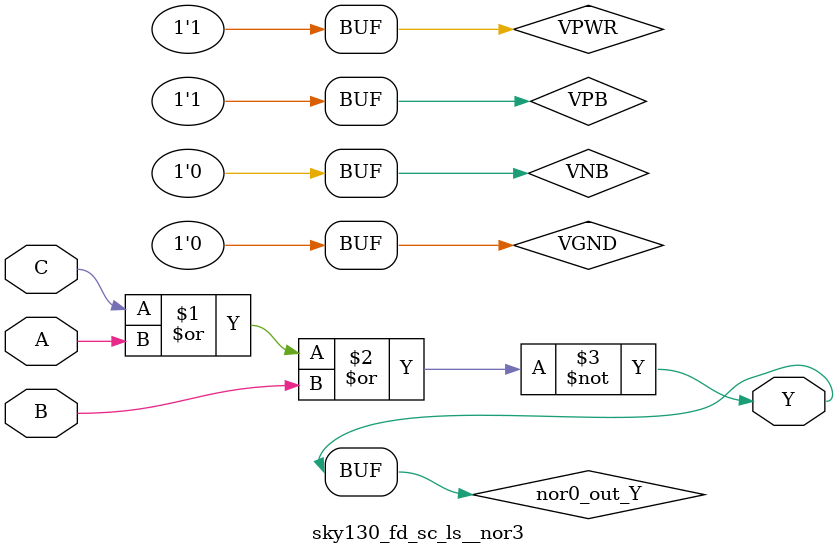
<source format=v>
/*
 * Copyright 2020 The SkyWater PDK Authors
 *
 * Licensed under the Apache License, Version 2.0 (the "License");
 * you may not use this file except in compliance with the License.
 * You may obtain a copy of the License at
 *
 *     https://www.apache.org/licenses/LICENSE-2.0
 *
 * Unless required by applicable law or agreed to in writing, software
 * distributed under the License is distributed on an "AS IS" BASIS,
 * WITHOUT WARRANTIES OR CONDITIONS OF ANY KIND, either express or implied.
 * See the License for the specific language governing permissions and
 * limitations under the License.
 *
 * SPDX-License-Identifier: Apache-2.0
*/


`ifndef SKY130_FD_SC_LS__NOR3_BEHAVIORAL_V
`define SKY130_FD_SC_LS__NOR3_BEHAVIORAL_V

/**
 * nor3: 3-input NOR.
 *
 *       Y = !(A | B | C | !D)
 *
 * Verilog simulation functional model.
 */

`timescale 1ns / 1ps
`default_nettype none

`celldefine
module sky130_fd_sc_ls__nor3 (
    Y,
    A,
    B,
    C
);

    // Module ports
    output Y;
    input  A;
    input  B;
    input  C;

    // Module supplies
    supply1 VPWR;
    supply0 VGND;
    supply1 VPB ;
    supply0 VNB ;

    // Local signals
    wire nor0_out_Y;

    //  Name  Output      Other arguments
    nor nor0 (nor0_out_Y, C, A, B        );
    buf buf0 (Y         , nor0_out_Y     );

endmodule
`endcelldefine

`default_nettype wire
`endif  // SKY130_FD_SC_LS__NOR3_BEHAVIORAL_V
</source>
